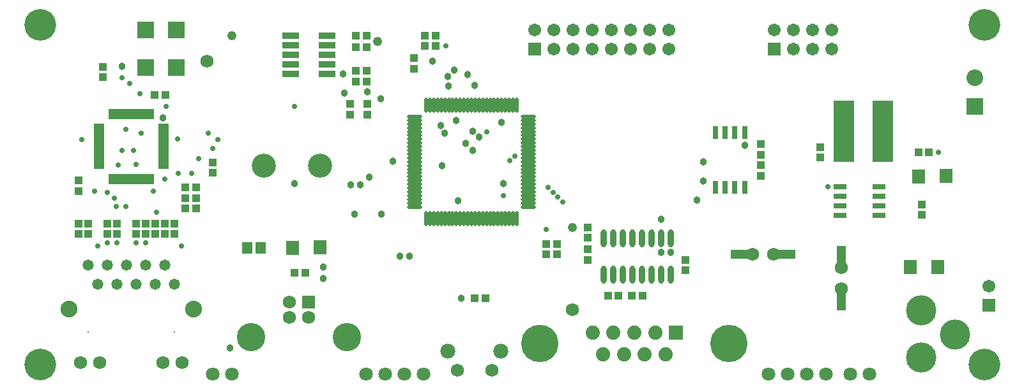
<source format=gts>
%FSAX43Y43*%
%MOMM*%
G71*
G01*
G75*
G04 Layer_Color=8388736*
%ADD10R,2.200X2.200*%
%ADD11R,2.032X0.635*%
%ADD12R,1.524X0.508*%
%ADD13R,2.600X8.000*%
%ADD14R,0.800X0.900*%
%ADD15R,1.500X1.700*%
%ADD16R,0.508X1.500*%
%ADD17R,0.900X0.800*%
%ADD18R,0.300X1.200*%
%ADD19R,1.200X0.300*%
%ADD20R,2.540X1.016*%
%ADD21R,1.016X2.540*%
%ADD22R,1.200X1.400*%
%ADD23O,0.600X2.200*%
%ADD24O,0.300X1.800*%
%ADD25O,1.800X0.300*%
%ADD26C,0.508*%
%ADD27C,0.381*%
%ADD28C,0.254*%
%ADD29C,0.635*%
%ADD30C,0.762*%
%ADD31R,1.263X3.045*%
%ADD32R,2.794X2.667*%
%ADD33R,1.725X1.695*%
%ADD34R,2.874X2.980*%
%ADD35R,2.921X2.667*%
%ADD36R,1.270X3.048*%
%ADD37R,3.048X1.270*%
%ADD38R,2.794X3.302*%
%ADD39R,4.826X3.048*%
%ADD40R,3.048X4.826*%
%ADD41R,5.588X5.715*%
%ADD42R,1.143X1.016*%
%ADD43R,1.397X1.270*%
%ADD44R,5.334X5.461*%
%ADD45R,5.207X6.223*%
%ADD46R,1.397X4.445*%
%ADD47R,4.699X5.461*%
%ADD48R,0.353X0.241*%
%ADD49R,3.048X5.080*%
%ADD50R,0.586X1.571*%
%ADD51R,3.937X3.048*%
%ADD52R,4.699X2.413*%
%ADD53R,5.080X4.699*%
%ADD54R,2.032X2.349*%
%ADD55R,2.223X2.547*%
%ADD56R,2.449X2.272*%
%ADD57R,2.921X2.794*%
%ADD58R,5.969X6.350*%
%ADD59R,8.854X9.012*%
%ADD60R,4.572X4.572*%
%ADD61R,2.377X0.544*%
%ADD62R,1.905X0.508*%
%ADD63R,2.711X2.918*%
%ADD64R,1.397X1.524*%
%ADD65R,1.270X1.270*%
%ADD66R,1.778X1.524*%
%ADD67R,1.905X1.778*%
%ADD68R,2.032X2.009*%
%ADD69R,1.651X1.524*%
%ADD70R,3.937X3.937*%
%ADD71R,3.429X3.048*%
%ADD72R,2.794X2.794*%
%ADD73R,3.810X25.781*%
%ADD74R,9.779X2.159*%
%ADD75C,4.760*%
%ADD76R,1.690X1.690*%
%ADD77C,1.690*%
%ADD78C,0.762*%
%ADD79C,0.508*%
%ADD80C,1.524*%
%ADD81C,1.016*%
%ADD82R,2.000X2.000*%
%ADD83C,2.000*%
%ADD84R,1.500X1.500*%
%ADD85C,1.500*%
%ADD86C,1.778*%
%ADD87C,4.000*%
%ADD88C,1.270*%
%ADD89C,2.032*%
%ADD90C,1.600*%
%ADD91R,1.524X1.524*%
%ADD92C,3.556*%
%ADD93C,3.810*%
%ADD94R,1.500X1.500*%
%ADD95C,3.000*%
%ADD96R,2.794X2.540*%
%ADD97R,1.000X1.300*%
%ADD98R,1.000X1.800*%
%ADD99R,1.397X1.397*%
%ADD100R,3.048X2.667*%
%ADD101R,2.667X2.794*%
%ADD102R,0.164X0.331*%
%ADD103R,0.210X0.140*%
%ADD104R,0.210X0.331*%
%ADD105R,0.374X0.725*%
%ADD106R,1.016X1.524*%
%ADD107R,1.270X1.397*%
%ADD108R,4.953X5.080*%
%ADD109R,5.461X5.715*%
%ADD110R,2.159X0.889*%
%ADD111R,3.040X2.506*%
%ADD112R,2.921X3.175*%
%ADD113R,4.826X4.699*%
%ADD114R,5.080X5.080*%
%ADD115R,2.413X2.223*%
%ADD116R,2.603X2.675*%
%ADD117R,2.540X3.048*%
%ADD118R,6.350X6.223*%
%ADD119R,2.667X2.667*%
%ADD120R,5.715X6.350*%
%ADD121R,5.207X3.429*%
%ADD122R,13.843X6.858*%
%ADD123R,4.953X4.953*%
%ADD124R,1.397X1.651*%
%ADD125R,1.905X1.651*%
%ADD126R,3.937X3.683*%
%ADD127R,9.525X2.159*%
%ADD128C,0.200*%
%ADD129C,0.250*%
%ADD130C,0.127*%
%ADD131C,0.600*%
%ADD132C,0.150*%
%ADD133R,2.235X0.838*%
%ADD134R,1.727X0.711*%
%ADD135R,2.803X8.203*%
%ADD136R,1.003X1.103*%
%ADD137R,1.703X1.903*%
%ADD138R,0.711X1.703*%
%ADD139R,1.103X1.003*%
%ADD140R,0.503X1.403*%
%ADD141R,1.403X0.503*%
%ADD142R,2.743X1.219*%
%ADD143R,1.219X2.743*%
%ADD144R,1.403X1.603*%
%ADD145O,0.803X2.403*%
%ADD146O,0.503X2.003*%
%ADD147O,2.003X0.503*%
%ADD148C,4.963*%
%ADD149R,1.893X1.893*%
%ADD150C,1.893*%
%ADD151C,0.965*%
%ADD152C,0.711*%
%ADD153C,1.727*%
%ADD154C,1.219*%
%ADD155R,2.203X2.203*%
%ADD156C,2.203*%
%ADD157R,1.703X1.703*%
%ADD158C,1.703*%
%ADD159C,1.981*%
%ADD160C,4.203*%
%ADD161C,1.473*%
%ADD162C,2.235*%
%ADD163C,0.203*%
%ADD164C,1.803*%
%ADD165R,1.727X1.727*%
%ADD166C,3.759*%
%ADD167C,4.013*%
%ADD168R,1.703X1.703*%
%ADD169C,3.203*%
G36*
X0067989Y0101175D02*
X0065789D01*
Y0103375D01*
X0067989D01*
Y0101175D01*
D02*
G37*
G36*
X0064005D02*
X0061805D01*
Y0103375D01*
X0064005D01*
Y0101175D01*
D02*
G37*
G36*
X0067989Y0106175D02*
X0065789D01*
Y0108375D01*
X0067989D01*
Y0106175D01*
D02*
G37*
G36*
X0064005D02*
X0061805D01*
Y0108375D01*
X0064005D01*
Y0106175D01*
D02*
G37*
D133*
X0086868Y0106553D02*
D03*
Y0105283D02*
D03*
Y0104013D02*
D03*
Y0102743D02*
D03*
Y0101473D02*
D03*
X0082042D02*
D03*
Y0102743D02*
D03*
Y0104013D02*
D03*
Y0105283D02*
D03*
Y0106553D02*
D03*
D134*
X0160058Y0086487D02*
D03*
Y0085217D02*
D03*
Y0083947D02*
D03*
Y0082677D02*
D03*
X0154902D02*
D03*
Y0083947D02*
D03*
Y0085217D02*
D03*
Y0086487D02*
D03*
D135*
X0155388Y0093853D02*
D03*
X0160588D02*
D03*
D136*
X0166689Y0091059D02*
D03*
X0165289D02*
D03*
X0115951Y0078867D02*
D03*
X0117351D02*
D03*
X0101284Y0105156D02*
D03*
X0099884D02*
D03*
X0117351Y0077470D02*
D03*
X0115951D02*
D03*
X0101284Y0106553D02*
D03*
X0099884D02*
D03*
X0106488Y0071628D02*
D03*
X0107888D02*
D03*
X0092140Y0101854D02*
D03*
X0090740D02*
D03*
X0092140Y0105029D02*
D03*
X0090740D02*
D03*
X0092140Y0106553D02*
D03*
X0090740D02*
D03*
X0084012Y0075057D02*
D03*
X0082612D02*
D03*
X0124141Y0072009D02*
D03*
X0125541D02*
D03*
X0127316D02*
D03*
X0128716D02*
D03*
X0068134Y0086360D02*
D03*
X0069534D02*
D03*
X0068134Y0084963D02*
D03*
X0069534D02*
D03*
X0069534Y0083566D02*
D03*
X0068134D02*
D03*
X0064070Y0098679D02*
D03*
X0065470D02*
D03*
X0092140Y0100457D02*
D03*
X0090740D02*
D03*
D137*
X0165329Y0087859D02*
D03*
X0168961Y0087884D02*
D03*
X0082372Y0078359D02*
D03*
X0086004Y0078384D02*
D03*
X0167818Y0075819D02*
D03*
X0164186Y0075794D02*
D03*
D138*
X0138360Y0093693D02*
D03*
X0139660D02*
D03*
X0140910D02*
D03*
X0142310D02*
D03*
X0142260Y0086343D02*
D03*
X0140960D02*
D03*
X0139660D02*
D03*
X0138360D02*
D03*
D139*
X0152273Y0091759D02*
D03*
Y0090359D02*
D03*
X0165735Y0082739D02*
D03*
Y0084139D02*
D03*
X0089916Y0096074D02*
D03*
Y0097474D02*
D03*
X0098425Y0103570D02*
D03*
Y0102170D02*
D03*
X0092202Y0097474D02*
D03*
Y0096074D02*
D03*
X0144399Y0090740D02*
D03*
Y0092140D02*
D03*
Y0087946D02*
D03*
Y0089346D02*
D03*
X0121412Y0078170D02*
D03*
Y0076770D02*
D03*
X0134366Y0076773D02*
D03*
Y0075373D02*
D03*
X0121412Y0081091D02*
D03*
Y0079691D02*
D03*
X0055245Y0080199D02*
D03*
Y0081599D02*
D03*
X0053975Y0080199D02*
D03*
Y0081599D02*
D03*
X0059055Y0081599D02*
D03*
Y0080199D02*
D03*
X0057785Y0081599D02*
D03*
Y0080199D02*
D03*
X0061595Y0081599D02*
D03*
Y0080199D02*
D03*
X0062865Y0081599D02*
D03*
Y0080199D02*
D03*
X0064135Y0081599D02*
D03*
Y0080199D02*
D03*
X0065405Y0081599D02*
D03*
Y0080199D02*
D03*
X0053975Y0085914D02*
D03*
Y0087314D02*
D03*
X0066675Y0080199D02*
D03*
Y0081599D02*
D03*
X0071755Y0089727D02*
D03*
Y0088327D02*
D03*
X0057150Y0102427D02*
D03*
Y0101027D02*
D03*
D140*
X0058210Y0096121D02*
D03*
X0058710D02*
D03*
X0059210D02*
D03*
X0059710D02*
D03*
X0060210Y0096121D02*
D03*
X0060710D02*
D03*
X0061210D02*
D03*
X0061710D02*
D03*
X0062210D02*
D03*
X0062710D02*
D03*
X0063210D02*
D03*
X0063710D02*
D03*
X0063710Y0087521D02*
D03*
X0063210D02*
D03*
X0062710D02*
D03*
X0062210D02*
D03*
X0061710Y0087521D02*
D03*
X0061210D02*
D03*
X0060710D02*
D03*
X0060210D02*
D03*
X0059710D02*
D03*
X0059210D02*
D03*
X0058710D02*
D03*
X0058210D02*
D03*
D141*
X0065260Y0094571D02*
D03*
Y0094071D02*
D03*
Y0093571D02*
D03*
Y0093071D02*
D03*
Y0092571D02*
D03*
Y0092071D02*
D03*
Y0091571D02*
D03*
Y0091071D02*
D03*
Y0090571D02*
D03*
Y0090071D02*
D03*
Y0089571D02*
D03*
Y0089071D02*
D03*
X0056660D02*
D03*
Y0089571D02*
D03*
Y0090071D02*
D03*
Y0090571D02*
D03*
Y0091071D02*
D03*
Y0091571D02*
D03*
Y0092071D02*
D03*
Y0092571D02*
D03*
Y0093071D02*
D03*
Y0093571D02*
D03*
Y0094071D02*
D03*
Y0094571D02*
D03*
D142*
X0141732Y0077470D02*
D03*
X0147574D02*
D03*
D143*
X0155067Y0071374D02*
D03*
Y0077216D02*
D03*
D144*
X0076316Y0078359D02*
D03*
X0078116D02*
D03*
D145*
X0123571Y0074816D02*
D03*
X0124841D02*
D03*
X0126111D02*
D03*
X0127381D02*
D03*
X0128651D02*
D03*
X0129921D02*
D03*
X0131191D02*
D03*
X0132461D02*
D03*
X0123571Y0079616D02*
D03*
X0124841D02*
D03*
X0126111D02*
D03*
X0127381D02*
D03*
X0128651D02*
D03*
X0129921D02*
D03*
X0131191D02*
D03*
X0132461D02*
D03*
D146*
X0100045Y0097339D02*
D03*
X0100545D02*
D03*
X0101045D02*
D03*
X0101545D02*
D03*
X0102045D02*
D03*
X0102545D02*
D03*
X0103045D02*
D03*
X0103545D02*
D03*
X0104045D02*
D03*
X0104545D02*
D03*
X0105045D02*
D03*
X0105545D02*
D03*
X0106045D02*
D03*
X0106545D02*
D03*
X0107045D02*
D03*
X0107545D02*
D03*
X0108045D02*
D03*
X0108545D02*
D03*
X0109045D02*
D03*
X0109545D02*
D03*
X0110045D02*
D03*
X0110545D02*
D03*
X0111045D02*
D03*
X0111545D02*
D03*
X0112045D02*
D03*
Y0082239D02*
D03*
X0111545D02*
D03*
X0111045D02*
D03*
X0110545D02*
D03*
X0110045D02*
D03*
X0109545D02*
D03*
X0109045D02*
D03*
X0108545D02*
D03*
X0108045D02*
D03*
X0107545D02*
D03*
X0107045D02*
D03*
X0106545D02*
D03*
X0106045D02*
D03*
X0105545D02*
D03*
X0105045D02*
D03*
X0104545D02*
D03*
X0104045D02*
D03*
X0103545D02*
D03*
X0103045D02*
D03*
X0102545D02*
D03*
X0102045D02*
D03*
X0101545D02*
D03*
X0101045D02*
D03*
X0100545D02*
D03*
X0100045D02*
D03*
D147*
X0113595Y0095789D02*
D03*
Y0095289D02*
D03*
Y0094789D02*
D03*
Y0094289D02*
D03*
Y0093789D02*
D03*
Y0093289D02*
D03*
Y0092789D02*
D03*
Y0092289D02*
D03*
Y0091789D02*
D03*
Y0091289D02*
D03*
Y0090789D02*
D03*
Y0090289D02*
D03*
Y0089789D02*
D03*
Y0089289D02*
D03*
Y0088789D02*
D03*
Y0088289D02*
D03*
Y0087789D02*
D03*
Y0087289D02*
D03*
Y0086789D02*
D03*
Y0086289D02*
D03*
Y0085789D02*
D03*
Y0085289D02*
D03*
Y0084789D02*
D03*
Y0084289D02*
D03*
Y0083789D02*
D03*
X0098495D02*
D03*
Y0084289D02*
D03*
Y0084789D02*
D03*
Y0085289D02*
D03*
Y0085789D02*
D03*
Y0086289D02*
D03*
Y0086789D02*
D03*
Y0087289D02*
D03*
Y0087789D02*
D03*
Y0088289D02*
D03*
Y0088789D02*
D03*
Y0089289D02*
D03*
Y0089789D02*
D03*
Y0090289D02*
D03*
Y0090789D02*
D03*
Y0091289D02*
D03*
Y0091789D02*
D03*
Y0092289D02*
D03*
Y0092789D02*
D03*
Y0093289D02*
D03*
Y0093789D02*
D03*
Y0094289D02*
D03*
Y0094789D02*
D03*
Y0095289D02*
D03*
Y0095789D02*
D03*
D148*
X0115140Y0065634D02*
D03*
X0140130D02*
D03*
D149*
X0133175Y0067054D02*
D03*
D150*
X0131790Y0064214D02*
D03*
X0130405Y0067054D02*
D03*
X0129020Y0064214D02*
D03*
X0127635Y0067054D02*
D03*
X0126250Y0064214D02*
D03*
X0124865Y0067054D02*
D03*
X0123480Y0064214D02*
D03*
X0122095Y0067054D02*
D03*
D151*
X0065151Y0095631D02*
D03*
X0059690Y0102489D02*
D03*
X0093980Y0098171D02*
D03*
X0089154Y0098933D02*
D03*
X0090043Y0086741D02*
D03*
X0091313D02*
D03*
X0094107Y0082804D02*
D03*
X0090551D02*
D03*
X0104728Y0071628D02*
D03*
X0086360Y0075819D02*
D03*
Y0074295D02*
D03*
X0096520Y0077216D02*
D03*
X0097790D02*
D03*
X0074041Y0065024D02*
D03*
X0104267Y0084582D02*
D03*
X0110236Y0086868D02*
D03*
X0109982Y0094996D02*
D03*
X0102108Y0089281D02*
D03*
X0095631Y0089812D02*
D03*
X0136779Y0089789D02*
D03*
X0135890Y0084709D02*
D03*
X0142310Y0091948D02*
D03*
X0136779Y0087249D02*
D03*
X0132461Y0077724D02*
D03*
X0131191D02*
D03*
Y0082185D02*
D03*
X0106172Y0091313D02*
D03*
X0105283Y0092202D02*
D03*
X0106172Y0091313D02*
D03*
X0105283Y0092202D02*
D03*
X0101981Y0094615D02*
D03*
X0102489Y0093599D02*
D03*
X0106426Y0099949D02*
D03*
X0103759Y0101981D02*
D03*
X0102870Y0101092D02*
D03*
X0102997Y0099822D02*
D03*
X0105537Y0101346D02*
D03*
X0082550Y0086868D02*
D03*
X0092456Y0087758D02*
D03*
X0104013Y0095250D02*
D03*
X0106172Y0093853D02*
D03*
X0107061Y0093091D02*
D03*
X0100838Y0103124D02*
D03*
X0089027Y0101473D02*
D03*
X0092202Y0099060D02*
D03*
D152*
X0167894Y0091059D02*
D03*
X0153289Y0086487D02*
D03*
X0082550Y0097155D02*
D03*
X0115951Y0080772D02*
D03*
X0110236Y0085289D02*
D03*
X0102616Y0105156D02*
D03*
X0108045Y0093789D02*
D03*
X0118110Y0084455D02*
D03*
X0117475Y0085090D02*
D03*
X0116840Y0085725D02*
D03*
X0116205Y0086360D02*
D03*
X0111125Y0089916D02*
D03*
X0111760Y0090551D02*
D03*
X0054356Y0092710D02*
D03*
X0060234Y0094071D02*
D03*
X0061595Y0089408D02*
D03*
X0059690Y0091313D02*
D03*
X0059210Y0089380D02*
D03*
X0063881Y0085852D02*
D03*
X0056072Y0085914D02*
D03*
X0057785Y0085725D02*
D03*
X0058676Y0084963D02*
D03*
X0061595Y0078994D02*
D03*
X0059055D02*
D03*
X0060234Y0094071D02*
D03*
X0059690Y0100965D02*
D03*
X0060706Y0100203D02*
D03*
X0062103Y0098806D02*
D03*
X0067056Y0092837D02*
D03*
X0065532Y0097155D02*
D03*
X0056515Y0078613D02*
D03*
X0057785Y0078994D02*
D03*
X0065405Y0087503D02*
D03*
X0067183Y0088265D02*
D03*
X0068961D02*
D03*
X0064262Y0083058D02*
D03*
X0062865Y0078994D02*
D03*
X0071755Y0091568D02*
D03*
X0069850Y0090170D02*
D03*
X0067564Y0078613D02*
D03*
X0058928Y0083820D02*
D03*
X0060198D02*
D03*
X0071120Y0093599D02*
D03*
X0061214Y0091313D02*
D03*
X0072390Y0092710D02*
D03*
X0062230Y0093599D02*
D03*
D153*
X0070993Y0103124D02*
D03*
X0104203Y0062103D02*
D03*
X0108775D02*
D03*
X0146050Y0077470D02*
D03*
X0143256D02*
D03*
X0155067Y0075692D02*
D03*
Y0072898D02*
D03*
X0065151Y0063119D02*
D03*
X0067691D02*
D03*
X0056769D02*
D03*
X0054229D02*
D03*
X0084455Y0069151D02*
D03*
X0081915D02*
D03*
Y0071184D02*
D03*
X0119380Y0070104D02*
D03*
D154*
X0074295Y0106553D02*
D03*
X0093599Y0105791D02*
D03*
X0119380Y0081091D02*
D03*
D155*
X0172720Y0097155D02*
D03*
D156*
Y0100965D02*
D03*
D157*
X0146152Y0104775D02*
D03*
X0114402D02*
D03*
D158*
X0146152Y0107315D02*
D03*
X0148692Y0104775D02*
D03*
Y0107315D02*
D03*
X0151232Y0104775D02*
D03*
Y0107315D02*
D03*
X0153772Y0104775D02*
D03*
Y0107315D02*
D03*
X0174625Y0073279D02*
D03*
X0114402Y0107315D02*
D03*
X0116942Y0104775D02*
D03*
Y0107315D02*
D03*
X0119482Y0104775D02*
D03*
Y0107315D02*
D03*
X0122022Y0104775D02*
D03*
Y0107315D02*
D03*
X0124562Y0104775D02*
D03*
Y0107315D02*
D03*
X0127102Y0104775D02*
D03*
Y0107315D02*
D03*
X0129642Y0104775D02*
D03*
Y0107315D02*
D03*
X0132182Y0104775D02*
D03*
Y0107315D02*
D03*
D159*
X0102934Y0064643D02*
D03*
X0109919D02*
D03*
D160*
X0048895Y0062865D02*
D03*
X0173990D02*
D03*
X0048895Y0107950D02*
D03*
X0173990D02*
D03*
D161*
X0055245Y0076073D02*
D03*
X0056515Y0073533D02*
D03*
X0057785Y0076073D02*
D03*
X0059055Y0073533D02*
D03*
X0060325Y0076073D02*
D03*
X0062865D02*
D03*
X0065405D02*
D03*
X0061595Y0073533D02*
D03*
X0064135D02*
D03*
X0066675D02*
D03*
D162*
X0069215Y0070231D02*
D03*
X0052705D02*
D03*
D163*
X0066675Y0067183D02*
D03*
X0055245D02*
D03*
D164*
X0074295Y0061595D02*
D03*
X0071755D02*
D03*
X0094615D02*
D03*
X0092075D02*
D03*
X0099695D02*
D03*
X0097155D02*
D03*
X0147955D02*
D03*
X0145415D02*
D03*
X0153035D02*
D03*
X0150495D02*
D03*
X0158750D02*
D03*
X0156210D02*
D03*
D165*
X0084455Y0071184D02*
D03*
D166*
X0089535Y0066484D02*
D03*
X0076835D02*
D03*
D167*
X0165671Y0063818D02*
D03*
X0170117Y0066866D02*
D03*
X0165671Y0070040D02*
D03*
D168*
X0174625Y0070739D02*
D03*
D169*
X0078499Y0089281D02*
D03*
X0085999D02*
D03*
M02*

</source>
